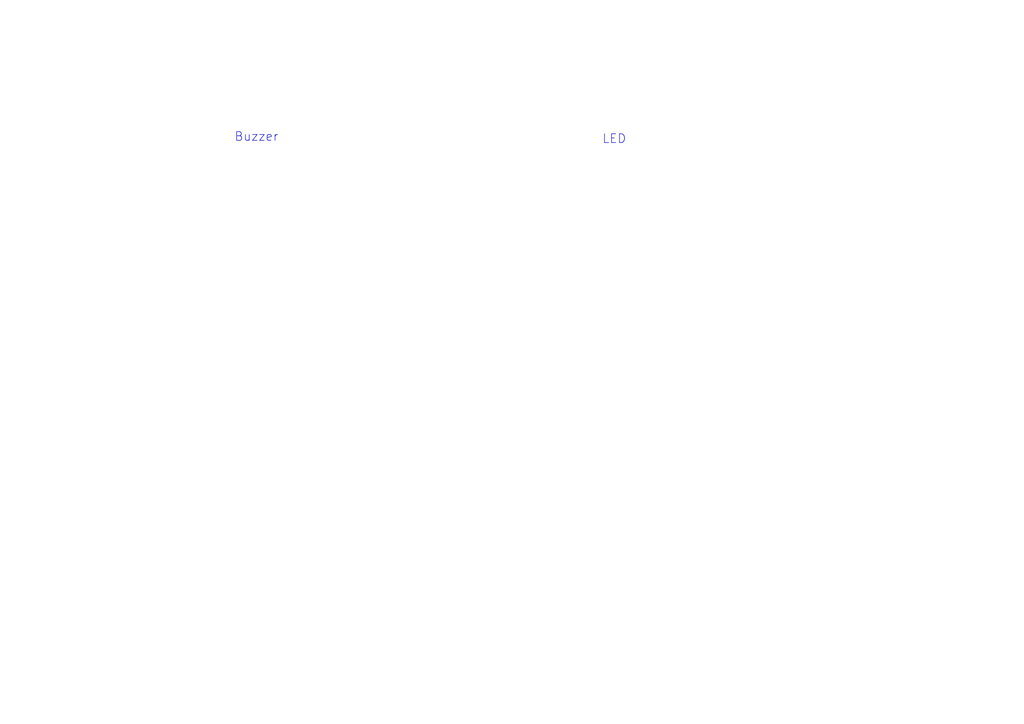
<source format=kicad_sch>
(kicad_sch (version 20211123) (generator eeschema)
  (paper "A4")
  (lib_symbols)
  (text "LED" (at 174.625 41.91 0) (effects (font (size 2.54 2.54)) (justify left bottom)))
  (text "Buzzer" (at 67.945 41.275 0) (effects (font (size 2.54 2.54)) (justify left bottom)))
)
</source>
